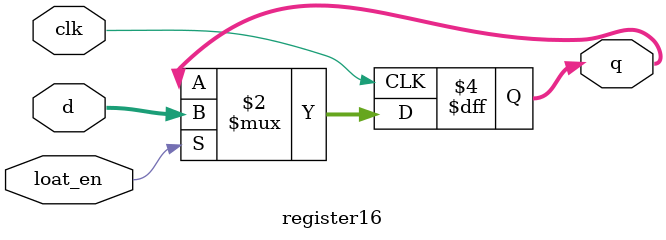
<source format=v>
module register16 (input loat_en, input clk, input [15:0] d,output reg [15:0] q);

always @(posedge clk) begin
if (loat_en)
	q<=d;

end
endmodule
</source>
